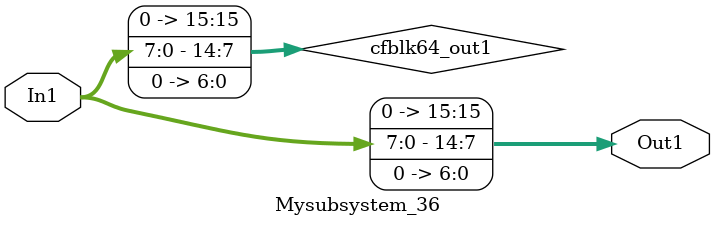
<source format=v>



`timescale 1 ns / 1 ns

module Mysubsystem_36
          (In1,
           Out1);


  input   [7:0] In1;  // uint8
  output  [15:0] Out1;  // ufix16_En7


  wire [15:0] cfblk64_out1;  // ufix16_En7


  assign cfblk64_out1 = {1'b0, {In1, 7'b0000000}};



  assign Out1 = cfblk64_out1;

endmodule  // Mysubsystem_36


</source>
